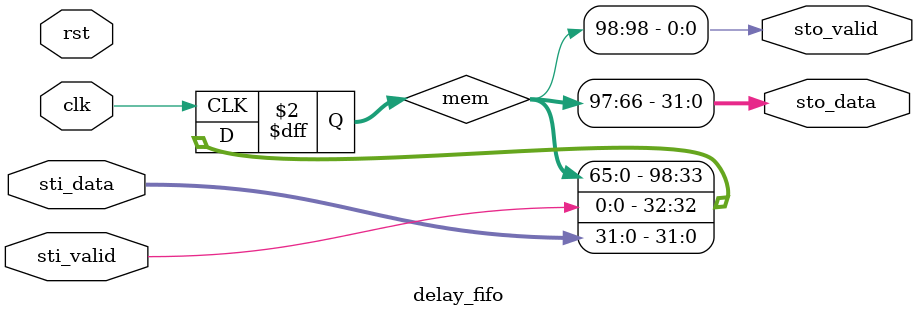
<source format=v>
module delay_fifo #(
  parameter DLY = 3,	
  parameter DW = 32
)(
  input  wire          clk,
  input  wire          rst,
  input  wire          sti_valid,
  input  wire [DW-1:0] sti_data,
  output wire          sto_valid,
  output wire [DW-1:0] sto_data
);
reg [DLY*(DW+1)-1:0] mem;
always @(posedge clk)
mem <= {mem, {sti_valid, sti_data}};
assign {sto_valid, sto_data} = mem[(DLY-1)*(DW+1)+:(DW+1)]; 
endmodule
</source>
